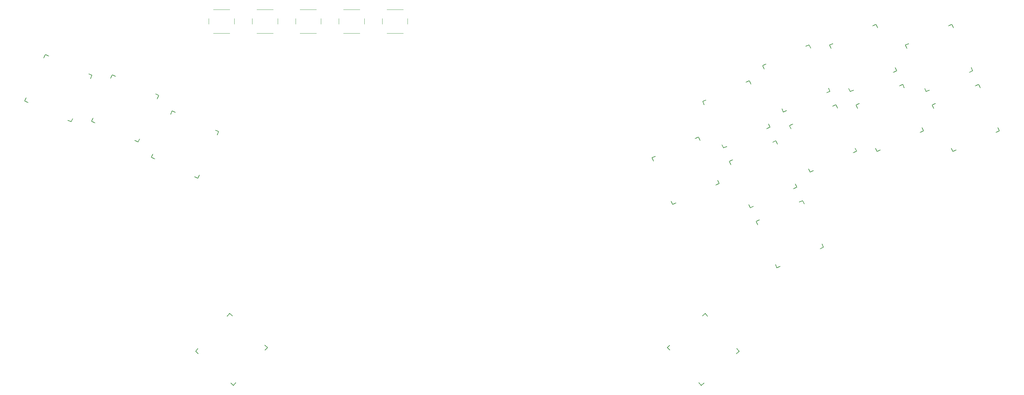
<source format=gto>
%TF.GenerationSoftware,KiCad,Pcbnew,8.0.5*%
%TF.CreationDate,2024-10-21T13:35:55-05:00*%
%TF.ProjectId,triplejump,74726970-6c65-46a7-956d-702e6b696361,rev?*%
%TF.SameCoordinates,Original*%
%TF.FileFunction,Legend,Top*%
%TF.FilePolarity,Positive*%
%FSLAX46Y46*%
G04 Gerber Fmt 4.6, Leading zero omitted, Abs format (unit mm)*
G04 Created by KiCad (PCBNEW 8.0.5) date 2024-10-21 13:35:55*
%MOMM*%
%LPD*%
G01*
G04 APERTURE LIST*
%ADD10C,0.150000*%
%ADD11C,0.120000*%
G04 APERTURE END LIST*
D10*
%TO.C,SW18*%
X280835561Y-60748132D02*
X280428824Y-59834586D01*
X281342370Y-59427850D02*
X280428824Y-59834586D01*
X286123137Y-72624223D02*
X285716401Y-71710677D01*
X286123137Y-72624223D02*
X287036683Y-72217486D01*
X293218461Y-54140273D02*
X292304915Y-54547010D01*
X293218461Y-54140273D02*
X293625197Y-55053819D01*
X297999228Y-67336646D02*
X298912774Y-66929910D01*
X298506037Y-66016364D02*
X298912774Y-66929910D01*
X298912774Y-66929910D02*
X297999228Y-67336646D01*
%TO.C,SW10*%
X246889712Y-120883416D02*
X247558842Y-121626561D01*
X246889712Y-120883416D02*
X247632857Y-120214286D01*
X255588410Y-130544299D02*
X256257540Y-131287444D01*
X256257540Y-131287444D02*
X255588410Y-130544299D01*
X256550595Y-112184718D02*
X257293740Y-111515588D01*
X257000685Y-130618314D02*
X256257540Y-131287444D01*
X257962870Y-112258733D02*
X257293740Y-111515588D01*
X266661568Y-121919616D02*
X265918423Y-122588746D01*
X266661568Y-121919616D02*
X265992438Y-121176471D01*
%TO.C,SW12*%
X257033842Y-54124795D02*
X256627105Y-53211249D01*
X257540651Y-52804513D02*
X256627105Y-53211249D01*
X262321418Y-66000886D02*
X261914682Y-65087340D01*
X262321418Y-66000886D02*
X263234964Y-65594149D01*
X269416742Y-47516936D02*
X268503196Y-47923673D01*
X269416742Y-47516936D02*
X269823478Y-48430482D01*
X274197509Y-60713309D02*
X275111055Y-60306573D01*
X274704318Y-59393027D02*
X275111055Y-60306573D01*
X275111055Y-60306573D02*
X274197509Y-60713309D01*
%TO.C,SW9*%
X118007562Y-121176471D02*
X117338432Y-121919616D01*
X118081577Y-122588746D02*
X117338432Y-121919616D01*
X126706260Y-111515588D02*
X126037130Y-112258733D01*
X126706260Y-111515588D02*
X127449405Y-112184718D01*
X127742460Y-131287444D02*
X126999315Y-130618314D01*
X127742460Y-131287444D02*
X128411590Y-130544299D01*
X136367143Y-120214286D02*
X137110288Y-120883416D01*
X136441158Y-121626561D02*
X137110288Y-120883416D01*
X137110288Y-120883416D02*
X136441158Y-121626561D01*
%TO.C,SW20*%
X320036331Y-55122097D02*
X319629594Y-54208551D01*
X320543140Y-53801815D02*
X319629594Y-54208551D01*
X325323907Y-66998188D02*
X324917171Y-66084642D01*
X325323907Y-66998188D02*
X326237453Y-66591451D01*
X332419231Y-48514238D02*
X331505685Y-48920975D01*
X332419231Y-48514238D02*
X332825967Y-49427784D01*
X337199998Y-61710611D02*
X338113544Y-61303875D01*
X337706807Y-60390329D02*
X338113544Y-61303875D01*
X338113544Y-61303875D02*
X337199998Y-61710611D01*
%TO.C,SW6*%
X70386442Y-53112209D02*
X70793179Y-52198663D01*
X70386442Y-53112209D02*
X71299988Y-53518945D01*
X75674019Y-41236118D02*
X76080755Y-40322572D01*
X76994301Y-40729309D02*
X76080755Y-40322572D01*
X82262533Y-58399785D02*
X83176079Y-58806522D01*
X83176079Y-58806522D02*
X82262533Y-58399785D01*
X83582815Y-57892976D02*
X83176079Y-58806522D01*
X88870392Y-46016885D02*
X87956846Y-45610149D01*
X88870392Y-46016885D02*
X88463655Y-46930431D01*
%TO.C,SW16*%
X243082572Y-69625932D02*
X242675835Y-68712386D01*
X243589381Y-68305650D02*
X242675835Y-68712386D01*
X248370148Y-81502023D02*
X247963412Y-80588477D01*
X248370148Y-81502023D02*
X249283694Y-81095286D01*
X255465472Y-63018073D02*
X254551926Y-63424810D01*
X255465472Y-63018073D02*
X255872208Y-63931619D01*
X260246239Y-76214446D02*
X261159785Y-75807710D01*
X260753048Y-74894164D02*
X261159785Y-75807710D01*
X261159785Y-75807710D02*
X260246239Y-76214446D01*
%TO.C,SW14*%
X309917137Y-44809907D02*
X309003591Y-45216643D01*
X309510400Y-43896361D02*
X309917137Y-44809907D01*
X309003591Y-45216643D02*
X309917137Y-44809907D01*
X304222824Y-32020270D02*
X304629560Y-32933816D01*
X304222824Y-32020270D02*
X303309278Y-32427007D01*
X297127500Y-50504220D02*
X298041046Y-50097483D01*
X297127500Y-50504220D02*
X296720764Y-49590674D01*
X292346733Y-37307847D02*
X291433187Y-37714583D01*
X291839924Y-38628129D02*
X291433187Y-37714583D01*
%TO.C,SW15*%
X312694736Y-38632600D02*
X312287999Y-37719054D01*
X313201545Y-37312318D02*
X312287999Y-37719054D01*
X317982312Y-50508691D02*
X317575576Y-49595145D01*
X317982312Y-50508691D02*
X318895858Y-50101954D01*
X325077636Y-32024741D02*
X324164090Y-32431478D01*
X325077636Y-32024741D02*
X325484372Y-32938287D01*
X329858403Y-45221114D02*
X330771949Y-44814378D01*
X330365212Y-43900832D02*
X330771949Y-44814378D01*
X330771949Y-44814378D02*
X329858403Y-45221114D01*
%TO.C,SW8*%
X105192524Y-68608875D02*
X105599261Y-67695329D01*
X105192524Y-68608875D02*
X106106070Y-69015611D01*
X110480101Y-56732784D02*
X110886837Y-55819238D01*
X111800383Y-56225975D02*
X110886837Y-55819238D01*
X117068615Y-73896451D02*
X117982161Y-74303188D01*
X117982161Y-74303188D02*
X117068615Y-73896451D01*
X118388897Y-73389642D02*
X117982161Y-74303188D01*
X123676474Y-61513551D02*
X122762928Y-61106815D01*
X123676474Y-61513551D02*
X123269737Y-62427097D01*
%TO.C,SW19*%
X299181519Y-55117626D02*
X298774782Y-54204080D01*
X299688328Y-53797344D02*
X298774782Y-54204080D01*
X304469095Y-66993717D02*
X304062359Y-66080171D01*
X304469095Y-66993717D02*
X305382641Y-66586980D01*
X311564419Y-48509767D02*
X310650873Y-48916504D01*
X311564419Y-48509767D02*
X311971155Y-49423313D01*
X316345186Y-61706140D02*
X317258732Y-61299404D01*
X316851995Y-60385858D02*
X317258732Y-61299404D01*
X317258732Y-61299404D02*
X316345186Y-61706140D01*
%TO.C,SW7*%
X88758025Y-58685162D02*
X89164762Y-57771616D01*
X88758025Y-58685162D02*
X89671571Y-59091898D01*
X94045602Y-46809071D02*
X94452338Y-45895525D01*
X95365884Y-46302262D02*
X94452338Y-45895525D01*
X100634116Y-63972738D02*
X101547662Y-64379475D01*
X101547662Y-64379475D02*
X100634116Y-63972738D01*
X101954398Y-63465929D02*
X101547662Y-64379475D01*
X107241975Y-51589838D02*
X106328429Y-51183102D01*
X107241975Y-51589838D02*
X106835238Y-52503384D01*
%TO.C,SW17*%
X264375437Y-70614292D02*
X263968700Y-69700746D01*
X264882246Y-69294010D02*
X263968700Y-69700746D01*
X269663013Y-82490383D02*
X269256277Y-81576837D01*
X269663013Y-82490383D02*
X270576559Y-82083646D01*
X276758337Y-64006433D02*
X275844791Y-64413170D01*
X276758337Y-64006433D02*
X277165073Y-64919979D01*
X281539104Y-77202806D02*
X282452650Y-76796070D01*
X282045913Y-75882524D02*
X282452650Y-76796070D01*
X282452650Y-76796070D02*
X281539104Y-77202806D01*
D11*
%TO.C,SW5*%
X168581250Y-30443750D02*
X168581250Y-31943750D01*
X169831250Y-34443750D02*
X174331250Y-34443750D01*
X174331250Y-27943750D02*
X169831250Y-27943750D01*
X175581250Y-31943750D02*
X175581250Y-30443750D01*
D10*
%TO.C,SW11*%
X271717034Y-87103787D02*
X271310297Y-86190241D01*
X272223843Y-85783505D02*
X271310297Y-86190241D01*
X277004610Y-98979878D02*
X276597874Y-98066332D01*
X277004610Y-98979878D02*
X277918156Y-98573141D01*
X284099934Y-80495928D02*
X283186388Y-80902665D01*
X284099934Y-80495928D02*
X284506670Y-81409474D01*
X288880701Y-93692301D02*
X289794247Y-93285565D01*
X289387510Y-92372019D02*
X289794247Y-93285565D01*
X289794247Y-93285565D02*
X288880701Y-93692301D01*
%TO.C,SW13*%
X291571179Y-50440413D02*
X290657633Y-50847149D01*
X291164442Y-49526867D02*
X291571179Y-50440413D01*
X290657633Y-50847149D02*
X291571179Y-50440413D01*
X285876866Y-37650776D02*
X286283602Y-38564322D01*
X285876866Y-37650776D02*
X284963320Y-38057513D01*
X278781542Y-56134726D02*
X279695088Y-55727989D01*
X278781542Y-56134726D02*
X278374806Y-55221180D01*
X274000775Y-42938353D02*
X273087229Y-43345089D01*
X273493966Y-44258635D02*
X273087229Y-43345089D01*
D11*
%TO.C,SW2*%
X132862500Y-30443750D02*
X132862500Y-31943750D01*
X134112500Y-34443750D02*
X138612500Y-34443750D01*
X138612500Y-27943750D02*
X134112500Y-27943750D01*
X139862500Y-31943750D02*
X139862500Y-30443750D01*
%TO.C,SW1*%
X120956500Y-30443750D02*
X120956500Y-31943750D01*
X122206500Y-34443750D02*
X126706500Y-34443750D01*
X126706500Y-27943750D02*
X122206500Y-27943750D01*
X127956500Y-31943750D02*
X127956500Y-30443750D01*
%TO.C,SW4*%
X156675000Y-30443750D02*
X156675000Y-31943750D01*
X157925000Y-34443750D02*
X162425000Y-34443750D01*
X162425000Y-27943750D02*
X157925000Y-27943750D01*
X163675000Y-31943750D02*
X163675000Y-30443750D01*
%TO.C,SW3*%
X144768750Y-30443750D02*
X144768750Y-31943750D01*
X146018750Y-34443750D02*
X150518750Y-34443750D01*
X150518750Y-27943750D02*
X146018750Y-27943750D01*
X151768750Y-31943750D02*
X151768750Y-30443750D01*
%TD*%
M02*

</source>
